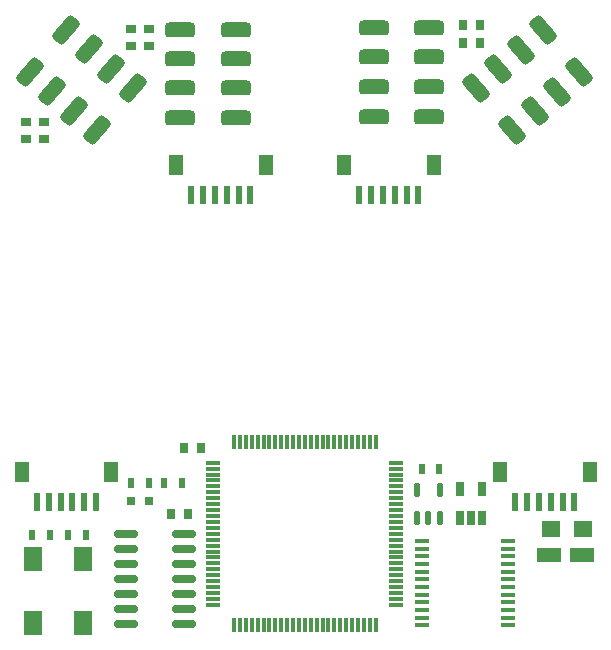
<source format=gtp>
%FSTAX23Y23*%
%MOIN*%
%SFA1B1*%

%IPPOS*%
%AMD23*
4,1,8,-0.010800,0.019000,-0.010800,-0.019000,-0.005400,-0.024400,0.005400,-0.024400,0.010800,-0.019000,0.010800,0.019000,0.005400,0.024400,-0.005400,0.024400,-0.010800,0.019000,0.0*
1,1,0.010827,-0.005400,0.019000*
1,1,0.010827,-0.005400,-0.019000*
1,1,0.010827,0.005400,-0.019000*
1,1,0.010827,0.005400,0.019000*
%
%AMD29*
4,1,8,-0.032900,-0.011800,0.032900,-0.011800,0.038800,-0.005900,0.038800,0.005900,0.032900,0.011800,-0.032900,0.011800,-0.038800,0.005900,-0.038800,-0.005900,-0.032900,-0.011800,0.0*
1,1,0.011811,-0.032900,-0.005900*
1,1,0.011811,0.032900,-0.005900*
1,1,0.011811,0.032900,0.005900*
1,1,0.011811,-0.032900,0.005900*
%
%AMD30*
4,1,8,0.011600,0.023000,-0.011600,0.023000,-0.013200,0.021400,-0.013200,-0.021400,-0.011600,-0.023000,0.011600,-0.023000,0.013200,-0.021400,0.013200,0.021400,0.011600,0.023000,0.0*
1,1,0.003165,0.011600,0.021400*
1,1,0.003165,-0.011600,0.021400*
1,1,0.003165,-0.011600,-0.021400*
1,1,0.003165,0.011600,-0.021400*
%
%AMD34*
4,1,8,0.023400,-0.045900,0.042200,-0.029500,0.043500,-0.011900,-0.005700,0.044700,-0.023400,0.045900,-0.042200,0.029500,-0.043500,0.011900,0.005700,-0.044700,0.023400,-0.045900,0.0*
1,1,0.025000,0.015200,-0.036500*
1,1,0.025000,0.034000,-0.020100*
1,1,0.025000,-0.015200,0.036500*
1,1,0.025000,-0.034000,0.020100*
%
%AMD35*
4,1,8,0.050000,-0.012500,0.050000,0.012500,0.037500,0.025000,-0.037500,0.025000,-0.050000,0.012500,-0.050000,-0.012500,-0.037500,-0.025000,0.037500,-0.025000,0.050000,-0.012500,0.0*
1,1,0.025000,0.037500,-0.012500*
1,1,0.025000,0.037500,0.012500*
1,1,0.025000,-0.037500,0.012500*
1,1,0.025000,-0.037500,-0.012500*
%
%AMD37*
4,1,8,0.042200,0.029500,0.023400,0.045900,0.005700,0.044700,-0.043500,-0.011900,-0.042200,-0.029500,-0.023400,-0.045900,-0.005700,-0.044700,0.043500,0.011900,0.042200,0.029500,0.0*
1,1,0.025000,0.034000,0.020100*
1,1,0.025000,0.015200,0.036500*
1,1,0.025000,-0.034000,-0.020100*
1,1,0.025000,-0.015200,-0.036500*
%
%ADD20R,0.049212X0.015748*%
%ADD21R,0.078701X0.047201*%
%ADD22R,0.061024X0.057087*%
G04~CAMADD=23~8~0.0~0.0~488.2~216.5~54.1~0.0~15~0.0~0.0~0.0~0.0~0~0.0~0.0~0.0~0.0~0~0.0~0.0~0.0~90.0~216.0~488.0*
%ADD23D23*%
%ADD24R,0.047244X0.012598*%
%ADD25R,0.012598X0.047244*%
%ADD26R,0.023622X0.033465*%
%ADD27R,0.059055X0.078740*%
%ADD28R,0.025591X0.035433*%
G04~CAMADD=29~8~0.0~0.0~775.6~236.2~59.1~0.0~15~0.0~0.0~0.0~0.0~0~0.0~0.0~0.0~0.0~0~0.0~0.0~0.0~180.0~776.0~236.0*
%ADD29D29*%
G04~CAMADD=30~8~0.0~0.0~263.8~460.6~15.8~0.0~15~0.0~0.0~0.0~0.0~0~0.0~0.0~0.0~0.0~0~0.0~0.0~0.0~0.0~263.8~460.6*
%ADD30D30*%
%ADD31R,0.023622X0.061024*%
%ADD32R,0.047244X0.070866*%
%ADD33R,0.031500X0.031500*%
G04~CAMADD=34~8~0.0~0.0~500.0~1000.0~125.0~0.0~15~0.0~0.0~0.0~0.0~0~0.0~0.0~0.0~0.0~0~0.0~0.0~0.0~221.0~930.0~978.0*
%ADD34D34*%
G04~CAMADD=35~8~0.0~0.0~500.0~1000.0~125.0~0.0~15~0.0~0.0~0.0~0.0~0~0.0~0.0~0.0~0.0~0~0.0~0.0~0.0~270.0~1000.0~500.0*
%ADD35D35*%
%ADD36R,0.035433X0.025591*%
G04~CAMADD=37~8~0.0~0.0~500.0~1000.0~125.0~0.0~15~0.0~0.0~0.0~0.0~0~0.0~0.0~0.0~0.0~0~0.0~0.0~0.0~319.0~930.0~978.0*
%ADD37D37*%
%LNhsmm-1*%
%LPD*%
G54D20*
X00392Y-00789D03*
Y-00814D03*
Y-0084D03*
Y-00866D03*
Y-00891D03*
Y-00917D03*
Y-00942D03*
Y-00968D03*
Y-00993D03*
Y-01019D03*
Y-01045D03*
Y-0107D03*
X00677Y-01019D03*
Y-00993D03*
Y-00968D03*
Y-00942D03*
Y-00917D03*
Y-00891D03*
Y-00866D03*
Y-0084D03*
Y-00814D03*
Y-00789D03*
Y-01045D03*
Y-0107D03*
G54D21*
X00815Y-00835D03*
X00925D03*
G54D22*
X00821Y-0075D03*
X00928D03*
G54D23*
X00375Y-00711D03*
X00412D03*
X0045D03*
Y-0062D03*
X00375D03*
G54D24*
X-00305Y-00528D03*
Y-00548D03*
Y-00568D03*
Y-00587D03*
Y-00607D03*
Y-00627D03*
Y-00646D03*
Y-00666D03*
Y-00686D03*
Y-00705D03*
Y-00725D03*
Y-00745D03*
Y-00765D03*
Y-00784D03*
Y-00804D03*
Y-00824D03*
Y-00843D03*
Y-00863D03*
Y-00883D03*
Y-00902D03*
Y-00922D03*
Y-00942D03*
Y-00961D03*
Y-00981D03*
Y-01001D03*
X00305D03*
Y-00981D03*
Y-00961D03*
Y-00942D03*
Y-00922D03*
Y-00902D03*
Y-00883D03*
Y-00863D03*
Y-00843D03*
Y-00824D03*
Y-00804D03*
Y-00784D03*
Y-00765D03*
Y-00745D03*
Y-00725D03*
Y-00705D03*
Y-00686D03*
Y-00666D03*
Y-00646D03*
Y-00627D03*
Y-00607D03*
Y-00587D03*
Y-00568D03*
Y-00548D03*
Y-00528D03*
G54D25*
X-00236Y-0107D03*
X-00216D03*
X-00196D03*
X-00177D03*
X-00157D03*
X-00137D03*
X-00118D03*
X-00098D03*
X-00078D03*
X-00059D03*
X-00039D03*
X-00019D03*
X0D03*
X00019D03*
X00039D03*
X00059D03*
X00078D03*
X00098D03*
X00118D03*
X00137D03*
X00157D03*
X00177D03*
X00196D03*
X00216D03*
X00236D03*
Y-00459D03*
X00216D03*
X00196D03*
X00177D03*
X00157D03*
X00137D03*
X00118D03*
X00098D03*
X00078D03*
X00059D03*
X00039D03*
X00019D03*
X0D03*
X-00019D03*
X-00039D03*
X-00059D03*
X-00078D03*
X-00098D03*
X-00118D03*
X-00137D03*
X-00157D03*
X-00177D03*
X-00196D03*
X-00216D03*
X-00236D03*
G54D26*
X-00578Y-00595D03*
X-00521D03*
X-00908Y-0077D03*
X-00851D03*
X-00731D03*
X-00788D03*
X-00411Y-00595D03*
X-00468D03*
X00447Y-0055D03*
X0039D03*
G54D27*
X-0074Y-00848D03*
Y-01061D03*
X-00905Y-00848D03*
Y-01061D03*
G54D28*
X-00345Y-0048D03*
X-00402D03*
X-0039Y-007D03*
X-00447D03*
X00526Y0087D03*
X00583D03*
X00526Y0093D03*
X00583D03*
G54D29*
X-00402Y-01065D03*
Y-01015D03*
Y-00965D03*
Y-00915D03*
Y-00865D03*
Y-00815D03*
Y-00765D03*
X-00597D03*
Y-00815D03*
Y-00865D03*
Y-00915D03*
Y-00965D03*
Y-01015D03*
Y-01065D03*
G54D30*
X00517Y-00713D03*
X00555D03*
X00592D03*
Y-00616D03*
X00517D03*
G54D31*
X-00893Y-00659D03*
X-00854D03*
X-00814D03*
X-00775D03*
X-00735D03*
X-00696D03*
X00701Y-0066D03*
X00741D03*
X0078D03*
X0082D03*
X00859D03*
X00898D03*
X-00379Y00365D03*
X-0034D03*
X-003D03*
X-00261D03*
X-00221D03*
X-00182D03*
X00181Y00365D03*
X0022D03*
X0026D03*
X00299D03*
X00339D03*
X00378D03*
G54D32*
X-00944Y-0056D03*
X-00645D03*
X0065Y-0056D03*
X00949D03*
X-0043Y00464D03*
X-00131D03*
X0013Y00464D03*
X00429D03*
G54D33*
X-0052Y-00655D03*
X-00579D03*
G54D34*
X00914Y00774D03*
X0084Y00709D03*
X00766Y00645D03*
X00692Y0058D03*
X00793Y00914D03*
X00719Y00849D03*
X00645Y00785D03*
X0057Y0072D03*
G54D35*
X00415Y00921D03*
Y00823D03*
Y00725D03*
Y00626D03*
X0023Y00921D03*
Y00823D03*
Y00725D03*
Y00626D03*
X-0023Y00916D03*
Y00818D03*
Y0072D03*
Y00621D03*
X-00415Y00916D03*
Y00818D03*
Y0072D03*
Y00621D03*
G54D36*
X-0052Y00918D03*
Y00861D03*
X-0058Y00918D03*
Y00861D03*
X-0093Y00608D03*
Y00551D03*
X-0087Y00608D03*
Y00551D03*
G54D37*
X-00795Y00915D03*
X-00721Y00851D03*
X-00646Y00786D03*
X-00572Y00722D03*
X-00916Y00776D03*
X-00842Y00711D03*
X-00768Y00646D03*
X-00693Y00582D03*
M02*
</source>
